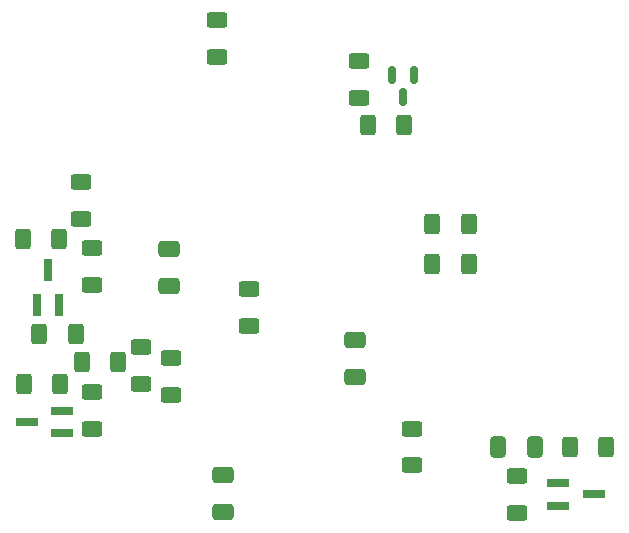
<source format=gbr>
%TF.GenerationSoftware,KiCad,Pcbnew,7.0.9*%
%TF.CreationDate,2023-11-29T12:49:05+01:00*%
%TF.ProjectId,Zabezpieczenie_UPC1237_2,5a616265-7a70-4696-9563-7a656e69655f,rev?*%
%TF.SameCoordinates,Original*%
%TF.FileFunction,Paste,Bot*%
%TF.FilePolarity,Positive*%
%FSLAX46Y46*%
G04 Gerber Fmt 4.6, Leading zero omitted, Abs format (unit mm)*
G04 Created by KiCad (PCBNEW 7.0.9) date 2023-11-29 12:49:05*
%MOMM*%
%LPD*%
G01*
G04 APERTURE LIST*
G04 Aperture macros list*
%AMRoundRect*
0 Rectangle with rounded corners*
0 $1 Rounding radius*
0 $2 $3 $4 $5 $6 $7 $8 $9 X,Y pos of 4 corners*
0 Add a 4 corners polygon primitive as box body*
4,1,4,$2,$3,$4,$5,$6,$7,$8,$9,$2,$3,0*
0 Add four circle primitives for the rounded corners*
1,1,$1+$1,$2,$3*
1,1,$1+$1,$4,$5*
1,1,$1+$1,$6,$7*
1,1,$1+$1,$8,$9*
0 Add four rect primitives between the rounded corners*
20,1,$1+$1,$2,$3,$4,$5,0*
20,1,$1+$1,$4,$5,$6,$7,0*
20,1,$1+$1,$6,$7,$8,$9,0*
20,1,$1+$1,$8,$9,$2,$3,0*%
G04 Aperture macros list end*
%ADD10R,1.900000X0.800000*%
%ADD11RoundRect,0.250000X-0.400000X-0.625000X0.400000X-0.625000X0.400000X0.625000X-0.400000X0.625000X0*%
%ADD12RoundRect,0.250000X0.400000X0.625000X-0.400000X0.625000X-0.400000X-0.625000X0.400000X-0.625000X0*%
%ADD13RoundRect,0.250000X-0.625000X0.400000X-0.625000X-0.400000X0.625000X-0.400000X0.625000X0.400000X0*%
%ADD14RoundRect,0.250000X0.625000X-0.400000X0.625000X0.400000X-0.625000X0.400000X-0.625000X-0.400000X0*%
%ADD15RoundRect,0.250000X0.650000X-0.412500X0.650000X0.412500X-0.650000X0.412500X-0.650000X-0.412500X0*%
%ADD16R,0.800000X1.900000*%
%ADD17RoundRect,0.250000X-0.412500X-0.650000X0.412500X-0.650000X0.412500X0.650000X-0.412500X0.650000X0*%
%ADD18RoundRect,0.250000X-0.650000X0.412500X-0.650000X-0.412500X0.650000X-0.412500X0.650000X0.412500X0*%
%ADD19RoundRect,0.150000X-0.150000X0.587500X-0.150000X-0.587500X0.150000X-0.587500X0.150000X0.587500X0*%
G04 APERTURE END LIST*
D10*
%TO.C,Q2*%
X120300000Y-110750000D03*
X120300000Y-112650000D03*
X117300000Y-111700000D03*
%TD*%
D11*
%TO.C,R24*%
X146150000Y-86500000D03*
X149250000Y-86500000D03*
%TD*%
D12*
%TO.C,R20*%
X166350000Y-113800000D03*
X163250000Y-113800000D03*
%TD*%
D13*
%TO.C,R13*%
X121900000Y-91350000D03*
X121900000Y-94450000D03*
%TD*%
D11*
%TO.C,R1*%
X151650000Y-98300000D03*
X154750000Y-98300000D03*
%TD*%
D14*
%TO.C,R23*%
X145400000Y-84250000D03*
X145400000Y-81150000D03*
%TD*%
%TO.C,R25*%
X133400000Y-80750000D03*
X133400000Y-77650000D03*
%TD*%
D11*
%TO.C,R10*%
X117050000Y-108500000D03*
X120150000Y-108500000D03*
%TD*%
D15*
%TO.C,C8*%
X145100000Y-107862500D03*
X145100000Y-104737500D03*
%TD*%
D13*
%TO.C,R7*%
X127000000Y-105350000D03*
X127000000Y-108450000D03*
%TD*%
%TO.C,R19*%
X149900000Y-112250000D03*
X149900000Y-115350000D03*
%TD*%
D16*
%TO.C,Q1*%
X120050000Y-101800000D03*
X118150000Y-101800000D03*
X119100000Y-98800000D03*
%TD*%
D14*
%TO.C,R12*%
X122800000Y-100050000D03*
X122800000Y-96950000D03*
%TD*%
D17*
%TO.C,C10*%
X157237500Y-113800000D03*
X160362500Y-113800000D03*
%TD*%
D11*
%TO.C,R2*%
X151650000Y-94900000D03*
X154750000Y-94900000D03*
%TD*%
D14*
%TO.C,R14*%
X122800000Y-112250000D03*
X122800000Y-109150000D03*
%TD*%
D11*
%TO.C,R8*%
X116950000Y-96200000D03*
X120050000Y-96200000D03*
%TD*%
D18*
%TO.C,C6*%
X133900000Y-116137500D03*
X133900000Y-119262500D03*
%TD*%
D14*
%TO.C,R18*%
X129500000Y-109350000D03*
X129500000Y-106250000D03*
%TD*%
D15*
%TO.C,C11*%
X129300000Y-100162500D03*
X129300000Y-97037500D03*
%TD*%
D13*
%TO.C,R21*%
X158800000Y-116250000D03*
X158800000Y-119350000D03*
%TD*%
%TO.C,R3*%
X136100000Y-100450000D03*
X136100000Y-103550000D03*
%TD*%
D11*
%TO.C,R9*%
X118350000Y-104200000D03*
X121450000Y-104200000D03*
%TD*%
D10*
%TO.C,Q3*%
X162300000Y-118750000D03*
X162300000Y-116850000D03*
X165300000Y-117800000D03*
%TD*%
D11*
%TO.C,R15*%
X121950000Y-106600000D03*
X125050000Y-106600000D03*
%TD*%
D19*
%TO.C,Q4*%
X148200000Y-82300000D03*
X150100000Y-82300000D03*
X149150000Y-84175000D03*
%TD*%
M02*

</source>
